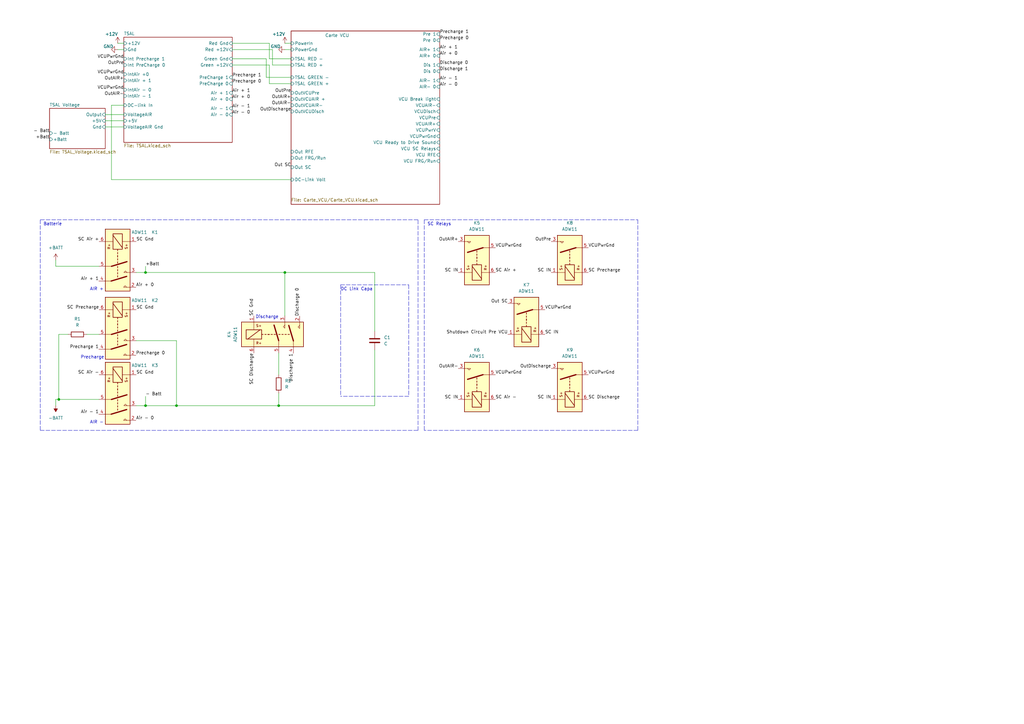
<source format=kicad_sch>
(kicad_sch (version 20211123) (generator eeschema)
  (paper "A3")
  (lib_symbols
    (symbol "Device:C" (pin_numbers hide) (pin_names (offset 0.254))
      (property "Reference" "C" (at 0.635 2.54 0))
      (property "Value" "C" (at 0.635 -2.54 0))
      (symbol "C_0_1"
        (polyline (pts (xy -2.032 -0.762) (xy 2.032 -0.762)) (stroke (width 0.508)))
        (polyline (pts (xy -2.032 0.762) (xy 2.032 0.762)) (stroke (width 0.508)))
      )
      (symbol "C_1_1"
        (pin passive line (at 0 3.81 270) (length 2.794) (name "~") (number "1"))
        (pin passive line (at 0 -3.81 90) (length 2.794) (name "~") (number "2"))
      )
    )
    (symbol "Device:R" (pin_numbers hide) (pin_names (offset 0))
      (property "Reference" "R" (at 2.032 0 90))
      (property "Value" "R" (at 0 0 90))
      (symbol "R_0_1"
        (rectangle (start -1.016 -2.54) (end 1.016 2.54) (stroke (width 0.254)))
      )
      (symbol "R_1_1"
        (pin passive line (at 0 3.81 270) (length 1.27) (name "~") (number "1"))
        (pin passive line (at 0 -3.81 90) (length 1.27) (name "~") (number "2"))
      )
    )
    (symbol "EPSA_lib:RELAYS"
      (property "Reference" "K" (at -13.97 -11.43 0))
      (property "Value" "RELAYS" (at -13.97 -13.97 0))
      (symbol "RELAYS_1_1"
        (rectangle (start -10.16 5.08) (end 15.24 -5.08) (stroke (width 0.254)) (fill (type background)))
        (rectangle (start -8.255 1.905) (end -1.905 -1.905) (stroke (width 0.254)))
        (polyline (pts (xy -7.62 -1.905) (xy -2.54 1.905)) (stroke (width 0.254)))
        (polyline (pts (xy -5.08 -5.08) (xy -5.08 -1.905)))
        (polyline (pts (xy -5.08 5.08) (xy -5.08 1.905)))
        (polyline (pts (xy -1.905 0) (xy -1.27 0)) (stroke (width 0.254)))
        (polyline (pts (xy -0.635 0) (xy 0 0)) (stroke (width 0.254)))
        (polyline (pts (xy 0.635 0) (xy 1.27 0)) (stroke (width 0.254)))
        (polyline (pts (xy 0.635 0) (xy 1.27 0)) (stroke (width 0.254)))
        (polyline (pts (xy 1.905 0) (xy 2.54 0)) (stroke (width 0.254)))
        (polyline (pts (xy 3.175 0) (xy 3.81 0)) (stroke (width 0.254)))
        (polyline (pts (xy 5.08 -2.54) (xy 3.175 3.81)) (stroke (width 0.508)))
        (polyline (pts (xy 5.08 -2.54) (xy 5.08 -5.08)))
        (polyline (pts (xy 5.08 0) (xy 5.715 0)) (stroke (width 0.254)))
        (polyline (pts (xy 6.35 0) (xy 6.985 0)) (stroke (width 0.254)))
        (polyline (pts (xy 7.62 0) (xy 8.255 0)) (stroke (width 0.254)))
        (polyline (pts (xy 7.62 3.81) (xy 7.62 5.08)))
        (polyline (pts (xy 8.89 0) (xy 9.525 0)) (stroke (width 0.254)))
        (polyline (pts (xy 11.1246 -2.6621) (xy 9.2196 3.6879)) (stroke (width 0.508)))
        (polyline (pts (xy 11.1246 -2.6621) (xy 11.1246 -5.2021)))
        (polyline (pts (xy 13.6646 3.6879) (xy 13.6646 4.9579)))
        (polyline (pts (xy 7.62 3.81) (xy 7.62 2.54) (xy 6.985 3.175) (xy 7.62 3.81)))
        (polyline (pts (xy 13.6646 3.6879) (xy 13.6646 2.4179) (xy 13.0296 3.0529) (xy 13.6646 3.6879)))
        (text "R+" (at -3.048 -3.556 0) (effects (font (size 1.016 1.016))))
        (text "S+" (at -3.048 3.556 0) (effects (font (size 1.016 1.016))))
        (pin passive line (at -5.08 7.62 270) (length 2.54) (name "~") (number "1"))
        (pin passive line (at 13.6646 7.4979 270) (length 2.54) (name "~") (number "2"))
        (pin passive line (at 7.62 7.62 270) (length 2.54) (name "~") (number "3"))
        (pin passive line (at 11.1246 -7.7421 90) (length 2.54) (name "~") (number "4"))
        (pin passive line (at 5.08 -7.62 90) (length 2.54) (name "~") (number "5"))
        (pin passive line (at -5.08 -7.62 90) (length 2.54) (name "~") (number "6"))
      )
    )
    (symbol "Relay:ADW11"
      (property "Reference" "K" (at 11.43 3.81 0))
      (property "Value" "ADW11" (at 13.97 1.27 0))
      (symbol "ADW11_1_1"
        (rectangle (start -10.16 5.08) (end 10.16 -5.08) (stroke (width 0.254)) (fill (type background)))
        (rectangle (start -8.255 1.905) (end -1.905 -1.905) (stroke (width 0.254)))
        (polyline (pts (xy -7.62 -1.905) (xy -2.54 1.905)) (stroke (width 0.254)))
        (polyline (pts (xy -5.08 -5.08) (xy -5.08 -1.905)))
        (polyline (pts (xy -5.08 5.08) (xy -5.08 1.905)))
        (polyline (pts (xy -1.905 0) (xy -1.27 0)) (stroke (width 0.254)))
        (polyline (pts (xy -0.635 0) (xy 0 0)) (stroke (width 0.254)))
        (polyline (pts (xy 0.635 0) (xy 1.27 0)) (stroke (width 0.254)))
        (polyline (pts (xy 0.635 0) (xy 1.27 0)) (stroke (width 0.254)))
        (polyline (pts (xy 1.905 0) (xy 2.54 0)) (stroke (width 0.254)))
        (polyline (pts (xy 3.175 0) (xy 3.81 0)) (stroke (width 0.254)))
        (polyline (pts (xy 5.08 -2.54) (xy 3.175 3.81)) (stroke (width 0.508)))
        (polyline (pts (xy 5.08 -2.54) (xy 5.08 -5.08)))
        (polyline (pts (xy 7.62 3.81) (xy 7.62 5.08)))
        (polyline (pts (xy 7.62 3.81) (xy 7.62 2.54) (xy 6.985 3.175) (xy 7.62 3.81)))
        (text "R+" (at -3.048 -3.556 0) (effects (font (size 1.016 1.016))))
        (text "S+" (at -3.048 3.556 0) (effects (font (size 1.016 1.016))))
        (pin passive line (at -5.08 7.62 270) (length 2.54) (name "~") (number "1"))
        (pin passive line (at 7.62 7.62 270) (length 2.54) (name "~") (number "3"))
        (pin passive line (at 5.08 -7.62 90) (length 2.54) (name "~") (number "5"))
        (pin passive line (at -5.08 -7.62 90) (length 2.54) (name "~") (number "6"))
      )
    )
    (symbol "power:+12V" (power) (pin_names (offset 0))
      (property "Value" "+12V" (at 0 3.556 0))
      (symbol "+12V_0_1"
        (polyline (pts (xy -0.762 1.27) (xy 0 2.54)))
        (polyline (pts (xy 0 0) (xy 0 2.54)))
        (polyline (pts (xy 0 2.54) (xy 0.762 1.27)))
      )
      (symbol "+12V_1_1"
        (pin power_in line (at 0 0 90) (length 0) hide (name "+12V") (number "1"))
      )
    )
    (symbol "power:+BATT" (power) (pin_names (offset 0))
      (property "Value" "+BATT" (at 0 3.556 0))
      (symbol "+BATT_0_1"
        (polyline (pts (xy -0.762 1.27) (xy 0 2.54)))
        (polyline (pts (xy 0 0) (xy 0 2.54)))
        (polyline (pts (xy 0 2.54) (xy 0.762 1.27)))
      )
      (symbol "+BATT_1_1"
        (pin power_in line (at 0 0 90) (length 0) hide (name "+BATT") (number "1"))
      )
    )
    (symbol "power:-BATT" (power) (pin_names (offset 0))
      (property "Value" "-BATT" (at 0 3.556 0))
      (symbol "-BATT_0_1"
        (polyline (pts (xy 0 0) (xy 0 2.54)))
        (polyline (pts (xy 0.762 1.27) (xy -0.762 1.27) (xy 0 2.54) (xy 0.762 1.27)) (fill (type outline)))
      )
      (symbol "-BATT_1_1"
        (pin power_in line (at 0 0 90) (length 0) hide (name "-BATT") (number "1"))
      )
    )
    (symbol "power:GND" (power) (pin_names (offset 0))
      (property "Value" "GND" (at 0 -3.81 0))
      (symbol "GND_0_1"
        (polyline (pts (xy 0 0) (xy 0 -1.27) (xy 1.27 -1.27) (xy 0 -2.54) (xy -1.27 -1.27) (xy 0 -1.27)))
      )
      (symbol "GND_1_1"
        (pin power_in line (at 0 0 270) (length 0) hide (name "GND") (number "1"))
      )
    )
  )
  (junction (at 72.39 166.37))
  (junction (at 59.69 111.76))
  (junction (at 24.13 163.83))
  (junction (at 114.3 166.37))
  (junction (at 59.69 166.37))
  (junction (at 116.84 111.76))
  (wire (pts (xy 45.72 43.18) (xy 45.72 73.66)))
  (wire (pts (xy 114.3 161.29) (xy 114.3 166.37)))
  (wire (pts (xy 59.69 111.76) (xy 116.84 111.76)))
  (wire (pts (xy 109.22 24.13) (xy 109.22 31.75)))
  (wire (pts (xy 59.69 162.56) (xy 59.69 166.37)))
  (polyline (pts (xy 139.7 116.84) (xy 139.7 162.56)))
  (wire (pts (xy 95.25 17.78) (xy 110.49 17.78)))
  (wire (pts (xy 153.67 135.89) (xy 153.67 111.76)))
  (wire (pts (xy 48.26 20.32) (xy 50.8 20.32)))
  (wire (pts (xy 45.72 73.66) (xy 119.38 73.66)))
  (wire (pts (xy 50.8 43.18) (xy 45.72 43.18)))
  (wire (pts (xy 111.76 20.32) (xy 111.76 26.67)))
  (polyline (pts (xy 171.45 176.53) (xy 171.45 90.17)))
  (wire (pts (xy 22.86 109.22) (xy 22.86 106.68)))
  (wire (pts (xy 153.67 166.37) (xy 153.67 143.51)))
  (polyline (pts (xy 167.64 162.56) (xy 139.7 162.56)))
  (wire (pts (xy 116.84 17.78) (xy 119.38 17.78)))
  (wire (pts (xy 24.13 163.83) (xy 22.86 163.83)))
  (wire (pts (xy 55.88 139.7) (xy 72.39 139.7)))
  (wire (pts (xy 55.88 111.76) (xy 59.69 111.76)))
  (wire (pts (xy 24.13 163.83) (xy 40.64 163.83)))
  (polyline (pts (xy 167.64 116.84) (xy 167.64 162.56)))
  (polyline (pts (xy 173.99 90.17) (xy 261.62 90.17)))
  (wire (pts (xy 55.88 166.37) (xy 59.69 166.37)))
  (wire (pts (xy 24.13 137.16) (xy 24.13 163.83)))
  (wire (pts (xy 111.76 26.67) (xy 119.38 26.67)))
  (polyline (pts (xy 173.99 90.17) (xy 173.99 176.53)))
  (wire (pts (xy 95.25 20.32) (xy 111.76 20.32)))
  (wire (pts (xy 95.25 24.13) (xy 109.22 24.13)))
  (wire (pts (xy 110.49 26.67) (xy 110.49 34.29)))
  (polyline (pts (xy 261.62 90.17) (xy 261.62 176.53)))
  (wire (pts (xy 116.84 111.76) (xy 116.84 129.54)))
  (wire (pts (xy 48.26 17.78) (xy 50.8 17.78)))
  (wire (pts (xy 35.56 137.16) (xy 40.64 137.16)))
  (wire (pts (xy 116.84 20.32) (xy 119.38 20.32)))
  (wire (pts (xy 110.49 34.29) (xy 119.38 34.29)))
  (wire (pts (xy 72.39 139.7) (xy 72.39 166.37)))
  (wire (pts (xy 59.69 109.22) (xy 59.69 111.76)))
  (wire (pts (xy 43.18 52.07) (xy 50.8 52.07)))
  (wire (pts (xy 110.49 24.13) (xy 119.38 24.13)))
  (polyline (pts (xy 16.51 176.53) (xy 171.45 176.53)))
  (polyline (pts (xy 139.7 116.84) (xy 167.64 116.84)))
  (polyline (pts (xy 171.45 90.17) (xy 16.51 90.17)))
  (wire (pts (xy 72.39 166.37) (xy 114.3 166.37)))
  (polyline (pts (xy 16.51 90.17) (xy 16.51 176.53)))
  (wire (pts (xy 43.18 46.99) (xy 50.8 46.99)))
  (wire (pts (xy 114.3 144.78) (xy 114.3 153.67)))
  (wire (pts (xy 114.3 166.37) (xy 153.67 166.37)))
  (wire (pts (xy 109.22 31.75) (xy 119.38 31.75)))
  (wire (pts (xy 22.86 163.83) (xy 22.86 166.37)))
  (wire (pts (xy 110.49 17.78) (xy 110.49 24.13)))
  (wire (pts (xy 95.25 26.67) (xy 110.49 26.67)))
  (wire (pts (xy 43.18 49.53) (xy 50.8 49.53)))
  (wire (pts (xy 59.69 166.37) (xy 72.39 166.37)))
  (wire (pts (xy 27.94 137.16) (xy 24.13 137.16)))
  (wire (pts (xy 153.67 111.76) (xy 116.84 111.76)))
  (wire (pts (xy 40.64 109.22) (xy 22.86 109.22)))
  (polyline (pts (xy 261.62 176.53) (xy 173.99 176.53)))
  (text "Discharge" (at 114.3 130.81 180) (effects (font (size 1.27 1.27)) (justify right bottom)))
  (text "AIR +" (at 36.83 119.38 0) (effects (font (size 1.27 1.27)) (justify left bottom)))
  (text "Precharge" (at 33.02 147.32 0) (effects (font (size 1.27 1.27)) (justify left bottom)))
  (text "AIR -" (at 36.83 173.99 0) (effects (font (size 1.27 1.27)) (justify left bottom)))
  (text "SC Relays" (at 175.26 92.71 0) (effects (font (size 1.27 1.27)) (justify left bottom)))
  (text "Batterie\n" (at 17.78 92.71 0) (effects (font (size 1.27 1.27)) (justify left bottom)))
  (text "DC Link Capa" (at 139.7 119.38 0) (effects (font (size 1.27 1.27)) (justify left bottom)))
  (label "SC Air +" (at 40.64 99.06 180))
  (label "Precharge 1" (at 180.34 13.97 0))
  (label "Discharge 1" (at 180.34 29.21 0))
  (label "Air - 0" (at 55.7579 172.4146 0))
  (label "SC Precharge" (at 40.64 127 180))
  (label "VCUPwrGnd" (at 203.2 153.67 0))
  (label "Air - 1" (at 180.34 33.02 0))
  (label "Air + 1" (at 40.5179 115.2646 180))
  (label "Air + 0" (at 55.7579 117.8046 0))
  (label "OutAIR+" (at 119.38 40.64 180))
  (label "SC IN" (at 223.52 137.16 0))
  (label "+Batt" (at 20.32 57.15 180))
  (label "OutAIR-" (at 50.8 39.37 180))
  (label "Air - 1" (at 40.5179 169.8746 180))
  (label "Precharge 0" (at 180.34 16.51 0))
  (label "Air + 1" (at 95.25 38.1 0))
  (label "SC Gnd" (at 104.14 129.54 90))
  (label "SC Air -" (at 203.2 163.83 0))
  (label "Air - 0" (at 180.34 35.56 0))
  (label "- Batt" (at 59.69 162.56 0))
  (label "SC IN" (at 226.06 163.83 180))
  (label "OutDischarge" (at 226.06 151.13 180))
  (label "VCUPwrGnd" (at 203.2 101.6 0))
  (label "Out SC" (at 119.38 68.58 180))
  (label "VCUPwrGnd" (at 50.8 36.83 180))
  (label "Discharge 1" (at 120.3446 144.9021 270))
  (label "VCUPwrGnd" (at 223.52 127 0))
  (label "OutAIR+" (at 50.8 33.02 180))
  (label "Precharge 0" (at 55.7579 145.7446 0))
  (label "SC Gnd" (at 55.88 99.06 0))
  (label "SC Gnd" (at 55.88 153.67 0))
  (label "SC Gnd" (at 55.88 127 0))
  (label "VCUPwrGnd" (at 50.8 30.48 180))
  (label "SC Air +" (at 203.2 111.76 0))
  (label "SC IN" (at 226.06 111.76 180))
  (label "SC Precharge" (at 241.3 111.76 0))
  (label "OutPre" (at 50.8 26.67 180))
  (label "SC Air -" (at 40.64 153.67 180))
  (label "Precharge 1" (at 40.5179 143.2046 180))
  (label "OutDischarge" (at 119.38 45.72 180))
  (label "Air + 1" (at 180.34 20.32 0))
  (label "Precharge 0" (at 95.25 34.29 0))
  (label "Precharge 1" (at 95.25 31.75 0))
  (label "OutPre" (at 119.38 38.1 180))
  (label "OutAIR+" (at 187.96 99.06 180))
  (label "SC Discharge" (at 104.14 144.78 270))
  (label "VCUPwrGnd" (at 50.8 24.13 180))
  (label "SC Discharge" (at 241.3 163.83 0))
  (label "Air + 0" (at 180.34 22.86 0))
  (label "Shutdown Circuit Pre VCU" (at 208.28 137.16 180))
  (label "SC IN" (at 187.96 111.76 180))
  (label "Air - 1" (at 95.25 44.45 0))
  (label "VCUPwrGnd" (at 241.3 153.67 0))
  (label "Air + 0" (at 95.25 40.64 0))
  (label "- Batt" (at 20.32 54.61 180))
  (label "OutAIR-" (at 119.38 43.18 180))
  (label "OutAIR-" (at 187.96 151.13 180))
  (label "SC IN" (at 187.96 163.83 180))
  (label "Air - 0" (at 95.25 46.99 0))
  (label "Discharge 0" (at 122.8846 129.6621 90))
  (label "Discharge 0" (at 180.34 26.67 0))
  (label "OutPre" (at 226.06 99.06 180))
  (label "Out SC" (at 208.28 124.46 180))
  (label "VCUPwrGnd" (at 241.3 101.6 0))
  (label "+Batt" (at 59.69 109.22 0))
  (symbol (lib_id "EPSA_lib:RELAYS") (at 48.26 132.08 270) (unit 1)
    (property "Reference" "K2" (at 63.5 123.19 90))
    (property "Value" "ADW11" (at 57.15 123.19 90))
    (property "Footprint" "Relay_THT:Relay_1P1T_NO_10x24x18.8mm_Panasonic_ADW11xxxxW_THT" (effects hide))
    (property "Datasheet" "https://www.panasonic-electric-works.com/pew/es/downloads/ds_dw_hl_en.pdf" (effects hide))
  )
  (symbol (lib_id "power:+12V") (at 48.26 17.78 0) (unit 1)
    (property "Reference" "#PWR03" (effects hide))
    (property "Value" "+12V" (at 45.72 13.97 0))
  )
  (symbol (lib_id "EPSA_lib:RELAYS") (at 48.26 104.14 270) (unit 1)
    (property "Reference" "K1" (at 63.5 95.25 90))
    (property "Value" "ADW11" (at 57.15 95.25 90))
    (property "Footprint" "Relay_THT:Relay_1P1T_NO_10x24x18.8mm_Panasonic_ADW11xxxxW_THT" (effects hide))
    (property "Datasheet" "https://www.panasonic-electric-works.com/pew/es/downloads/ds_dw_hl_en.pdf" (effects hide))
  )
  (symbol (lib_id "Relay:ADW11") (at 195.58 158.75 90) (unit 1)
    (property "Reference" "K6" (at 195.58 143.51 90))
    (property "Value" "ADW11" (at 195.58 146.05 90))
    (property "Footprint" "Relay_THT:Relay_1P1T_NO_10x24x18.8mm_Panasonic_ADW11xxxxW_THT" (effects hide))
    (property "Datasheet" "https://www.panasonic-electric-works.com/pew/es/downloads/ds_dw_hl_en.pdf" (effects hide))
  )
  (symbol (lib_id "Device:R") (at 114.3 157.48 180) (unit 1)
    (property "Reference" "R2" (at 116.84 156.2099 0) (effects (justify right)))
    (property "Value" "R" (at 116.84 158.7499 0) (effects (justify right)))
  )
  (symbol (lib_id "Relay:ADW11") (at 233.68 158.75 90) (unit 1)
    (property "Reference" "K9" (at 233.68 143.51 90))
    (property "Value" "ADW11" (at 233.68 146.05 90))
    (property "Footprint" "Relay_THT:Relay_1P1T_NO_10x24x18.8mm_Panasonic_ADW11xxxxW_THT" (effects hide))
    (property "Datasheet" "https://www.panasonic-electric-works.com/pew/es/downloads/ds_dw_hl_en.pdf" (effects hide))
  )
  (symbol (lib_id "EPSA_lib:RELAYS") (at 48.26 158.75 270) (unit 1)
    (property "Reference" "K3" (at 63.5 149.86 90))
    (property "Value" "ADW11" (at 57.15 149.86 90))
    (property "Footprint" "Relay_THT:Relay_1P1T_NO_10x24x18.8mm_Panasonic_ADW11xxxxW_THT" (effects hide))
    (property "Datasheet" "https://www.panasonic-electric-works.com/pew/es/downloads/ds_dw_hl_en.pdf" (effects hide))
  )
  (symbol (lib_id "Device:R") (at 31.75 137.16 270) (unit 1)
    (property "Reference" "R1" (at 31.75 130.81 90))
    (property "Value" "R" (at 31.75 133.35 90))
  )
  (symbol (lib_id "power:GND") (at 48.26 20.32 270) (unit 1)
    (property "Reference" "#PWR04" (effects hide))
    (property "Value" "GND" (at 44.45 19.05 90))
  )
  (symbol (lib_id "Device:C") (at 153.67 139.7 0) (unit 1)
    (property "Reference" "C1" (at 157.48 138.4299 0) (effects (justify left)))
    (property "Value" "C" (at 157.48 140.9699 0) (effects (justify left)))
  )
  (symbol (lib_id "EPSA_lib:RELAYS") (at 109.22 137.16 0) (unit 1)
    (property "Reference" "K4" (at 93.98 137.16 90))
    (property "Value" "ADW11" (at 96.52 137.16 90))
    (property "Footprint" "Relay_THT:Relay_1P1T_NO_10x24x18.8mm_Panasonic_ADW11xxxxW_THT" (effects hide))
    (property "Datasheet" "https://www.panasonic-electric-works.com/pew/es/downloads/ds_dw_hl_en.pdf" (effects hide))
  )
  (symbol (lib_id "power:GND") (at 116.84 20.32 270) (unit 1)
    (property "Reference" "#PWR06" (effects hide))
    (property "Value" "GND" (at 113.03 19.05 90))
  )
  (symbol (lib_id "Relay:ADW11") (at 215.9 132.08 90) (unit 1)
    (property "Reference" "K7" (at 215.9 116.84 90))
    (property "Value" "ADW11" (at 215.9 119.38 90))
    (property "Footprint" "Relay_THT:Relay_1P1T_NO_10x24x18.8mm_Panasonic_ADW11xxxxW_THT" (effects hide))
    (property "Datasheet" "https://www.panasonic-electric-works.com/pew/es/downloads/ds_dw_hl_en.pdf" (effects hide))
  )
  (symbol (lib_id "power:-BATT") (at 22.86 166.37 180) (unit 1)
    (property "Reference" "#PWR02" (effects hide))
    (property "Value" "-BATT" (at 22.86 171.45 0))
  )
  (symbol (lib_id "Relay:ADW11") (at 195.58 106.68 90) (unit 1)
    (property "Reference" "K5" (at 195.58 91.44 90))
    (property "Value" "ADW11" (at 195.58 93.98 90))
    (property "Footprint" "Relay_THT:Relay_1P1T_NO_10x24x18.8mm_Panasonic_ADW11xxxxW_THT" (effects hide))
    (property "Datasheet" "https://www.panasonic-electric-works.com/pew/es/downloads/ds_dw_hl_en.pdf" (effects hide))
  )
  (symbol (lib_id "power:+BATT") (at 22.86 106.68 0) (unit 1)
    (property "Reference" "#PWR01" (effects hide))
    (property "Value" "+BATT" (at 22.86 101.6 0))
  )
  (symbol (lib_id "power:+12V") (at 116.84 17.78 0) (unit 1)
    (property "Reference" "#PWR05" (effects hide))
    (property "Value" "+12V" (at 114.3 13.97 0))
  )
  (symbol (lib_id "Relay:ADW11") (at 233.68 106.68 90) (unit 1)
    (property "Reference" "K8" (at 233.68 91.44 90))
    (property "Value" "ADW11" (at 233.68 93.98 90))
    (property "Footprint" "Relay_THT:Relay_1P1T_NO_10x24x18.8mm_Panasonic_ADW11xxxxW_THT" (effects hide))
    (property "Datasheet" "https://www.panasonic-electric-works.com/pew/es/downloads/ds_dw_hl_en.pdf" (effects hide))
  )
  (sheet (at 50.8 15.24) (size 44.45 43.18) (stroke (width 0.1524))
    (property "Sheet name" "TSAL" (at 50.8 14.5284 0) (effects (justify left bottom)))
    (property "Sheet file" "TSAL.kicad_sch" (at 50.8 59.0046 0) (effects (justify left top)))
    (pin "Green Gnd" input (at 95.25 24.13 0))
    (pin "Green +12V" input (at 95.25 26.67 0))
    (pin "+12V" input (at 50.8 17.78 180))
    (pin "DC-link In" input (at 50.8 43.18 180))
    (pin "Gnd" input (at 50.8 20.32 180))
    (pin "PreCharge 0" input (at 95.25 34.29 0))
    (pin "+5V" input (at 50.8 49.53 180))
    (pin "Air + 1" input (at 95.25 38.1 0))
    (pin "Air + 0" input (at 95.25 40.64 0))
    (pin "Air - 1" input (at 95.25 44.45 0))
    (pin "Air - 0" input (at 95.25 46.99 0))
    (pin "PreCharge 1" input (at 95.25 31.75 0))
    (pin "VoltageAIR" input (at 50.8 46.99 180))
    (pin "VoltageAIR Gnd" input (at 50.8 52.07 180))
    (pin "IntAir +0" input (at 50.8 30.48 180))
    (pin "IntAir + 1" input (at 50.8 33.02 180))
    (pin "IntAir - 0" input (at 50.8 36.83 180))
    (pin "IntAir - 1" input (at 50.8 39.37 180))
    (pin "Int Precharge 1" input (at 50.8 24.13 180))
    (pin "Int PreCharge 0" input (at 50.8 26.67 180))
    (pin "Red +12V" input (at 95.25 20.32 0))
    (pin "Red Gnd" input (at 95.25 17.78 0))
  )
  (sheet (at 20.32 44.45) (size 22.86 16.51) (stroke (width 0.1524))
    (property "Sheet name" "TSAL Voltage" (at 20.32 43.7384 0) (effects (justify left bottom)))
    (property "Sheet file" "TSAL_Voltage.kicad_sch" (at 20.32 61.5446 0) (effects (justify left top)))
    (pin "- Batt" input (at 20.32 54.61 180))
    (pin "+Batt" input (at 20.32 57.15 180))
    (pin "Gnd" input (at 43.18 52.07 0))
    (pin "+5V" input (at 43.18 49.53 0))
    (pin "Output" input (at 43.18 46.99 0))
  )
  (sheet (at 119.38 12.7) (size 60.96 71.12) (stroke (width 0.1524))
    (property "Sheet name" "Carte VCU" (at 133.35 15.24 0) (effects (justify left bottom)))
    (property "Sheet file" "Carte_VCU/Carte_VCU.kicad_sch" (at 119.38 81.28 0) (effects (justify left top)))
    (pin "PowerGnd" input (at 119.38 20.32 180))
    (pin "PowerIn" input (at 119.38 17.78 180))
    (pin "Pre 0" input (at 180.34 16.51 0))
    (pin "Dis 0" input (at 180.34 29.21 0))
    (pin "Dis 1" input (at 180.34 26.67 0))
    (pin "AIR+ 1" input (at 180.34 20.32 0))
    (pin "Pre 1" input (at 180.34 13.97 0))
    (pin "AIR- 0" input (at 180.34 35.56 0))
    (pin "AIR+ 0" input (at 180.34 22.86 0))
    (pin "AIR- 1" input (at 180.34 33.02 0))
    (pin "VCUPwrGnd" input (at 180.34 55.88 0))
    (pin "VCUAIR-" input (at 180.34 43.18 0))
    (pin "VCUDisch" input (at 180.34 45.72 0))
    (pin "VCUPre" input (at 180.34 48.26 0))
    (pin "VCUAIR+" input (at 180.34 50.8 0))
    (pin "VCUPwrV" input (at 180.34 53.34 0))
    (pin "OutVCUPre" input (at 119.38 38.1 180))
    (pin "OutVCUAIR +" input (at 119.38 40.64 180))
    (pin "OutVCUAIR-" input (at 119.38 43.18 180))
    (pin "OutVCUDisch" input (at 119.38 45.72 180))
    (pin "TSAL RED +" input (at 119.38 26.67 180))
    (pin "TSAL RED -" input (at 119.38 24.13 180))
    (pin "TSAL GREEN +" input (at 119.38 34.29 180))
    (pin "TSAL GREEN -" input (at 119.38 31.75 180))
    (pin "VCU Ready to Drive Sound" input (at 180.34 58.42 0))
    (pin "VCU Break light" input (at 180.34 40.64 0))
    (pin "VCU SC Relays" input (at 180.34 60.96 0))
    (pin "VCU RFE" input (at 180.34 63.5 0))
    (pin "VCU FRG{slash}Run" input (at 180.34 66.04 0))
    (pin "Out FRG{slash}Run" input (at 119.38 64.77 180))
    (pin "Out SC" input (at 119.38 68.58 180))
    (pin "Out RFE" input (at 119.38 62.23 180))
    (pin "DC-Link Volt" input (at 119.38 73.66 180))
  )
)
</source>
